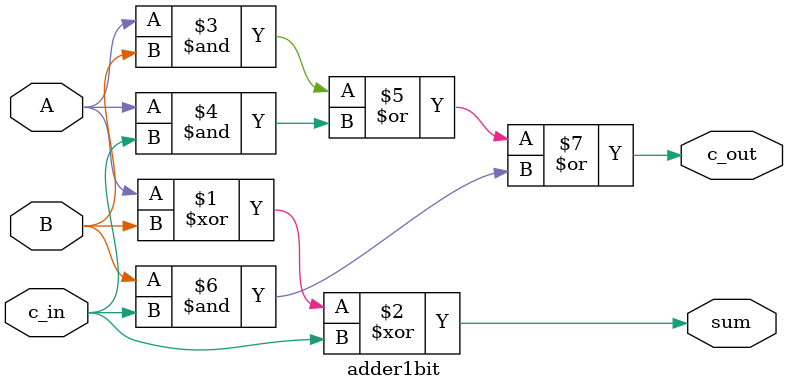
<source format=v>
`timescale 1ns / 1ps


module adder1bit(A,B,c_in,c_out,sum);
input A, B, c_in;
output sum, c_out;

assign sum = A ^ B ^ c_in;
assign c_out =  (A & B) | (A & c_in) | (B & c_in);

endmodule

</source>
